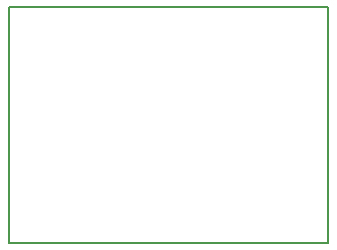
<source format=gbr>
G04 #@! TF.FileFunction,Profile,NP*
%FSLAX46Y46*%
G04 Gerber Fmt 4.6, Leading zero omitted, Abs format (unit mm)*
G04 Created by KiCad (PCBNEW 4.0.2+e4-6225~38~ubuntu14.04.1-stable) date Fri 01 Jul 2016 14:13:15 SAST*
%MOMM*%
G01*
G04 APERTURE LIST*
%ADD10C,0.050000*%
%ADD11C,0.150000*%
G04 APERTURE END LIST*
D10*
D11*
X138000000Y-69500000D02*
X111000000Y-69500000D01*
X138000000Y-89500000D02*
X138000000Y-69500000D01*
X111000000Y-89500000D02*
X138000000Y-89500000D01*
X111000000Y-69500000D02*
X111000000Y-89500000D01*
M02*

</source>
